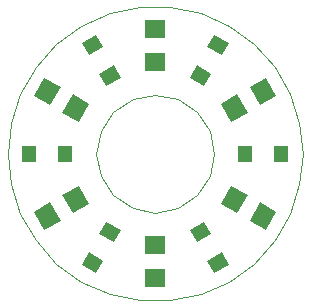
<source format=gtp>
G75*
%MOIN*%
%OFA0B0*%
%FSLAX24Y24*%
%IPPOS*%
%LPD*%
%AMOC8*
5,1,8,0,0,1.08239X$1,22.5*
%
%ADD10C,0.0010*%
%ADD11R,0.0472X0.0551*%
%ADD12R,0.0630X0.0709*%
%ADD13R,0.0709X0.0630*%
D10*
X001735Y001335D02*
X001045Y002105D01*
X000525Y002995D01*
X000215Y003975D01*
X000105Y004995D01*
X000215Y006015D01*
X000525Y006995D01*
X001045Y007885D01*
X001735Y008655D01*
X002565Y009255D01*
X003505Y009675D01*
X004515Y009885D01*
X005535Y009885D01*
X006545Y009675D01*
X007485Y009255D01*
X008315Y008655D01*
X009005Y007885D01*
X009525Y006995D01*
X009835Y006015D01*
X009945Y004995D01*
X009835Y003975D01*
X009525Y002995D01*
X009005Y002105D01*
X008315Y001335D01*
X007485Y000735D01*
X006545Y000315D01*
X005535Y000105D01*
X004515Y000105D01*
X003505Y000315D01*
X002565Y000735D01*
X001735Y001335D01*
X003635Y003605D02*
X003205Y004245D01*
X003055Y004995D01*
X003205Y005745D01*
X003635Y006385D01*
X004275Y006815D01*
X005025Y006965D01*
X005775Y006815D01*
X006415Y006385D01*
X006845Y005745D01*
X006995Y004995D01*
X006845Y004245D01*
X006415Y003605D01*
X005775Y003175D01*
X005025Y003025D01*
X004275Y003175D01*
X003635Y003605D01*
D11*
G36*
X003164Y002323D02*
X003400Y002730D01*
X003876Y002455D01*
X003640Y002048D01*
X003164Y002323D01*
G37*
G36*
X002574Y001300D02*
X002810Y001707D01*
X003286Y001432D01*
X003050Y001025D01*
X002574Y001300D01*
G37*
X002016Y004995D03*
X000834Y004995D03*
G36*
X003640Y007942D02*
X003876Y007535D01*
X003400Y007260D01*
X003164Y007667D01*
X003640Y007942D01*
G37*
G36*
X003050Y008965D02*
X003286Y008558D01*
X002810Y008283D01*
X002574Y008690D01*
X003050Y008965D01*
G37*
G36*
X006886Y007667D02*
X006650Y007260D01*
X006174Y007535D01*
X006410Y007942D01*
X006886Y007667D01*
G37*
G36*
X007476Y008690D02*
X007240Y008283D01*
X006764Y008558D01*
X007000Y008965D01*
X007476Y008690D01*
G37*
X008034Y004995D03*
X009216Y004995D03*
G36*
X006410Y002048D02*
X006174Y002455D01*
X006650Y002730D01*
X006886Y002323D01*
X006410Y002048D01*
G37*
G36*
X007000Y001025D02*
X006764Y001432D01*
X007240Y001707D01*
X007476Y001300D01*
X007000Y001025D01*
G37*
D12*
G36*
X008715Y002455D02*
X008171Y002770D01*
X008525Y003383D01*
X009069Y003068D01*
X008715Y002455D01*
G37*
G36*
X007760Y003007D02*
X007216Y003322D01*
X007570Y003935D01*
X008114Y003620D01*
X007760Y003007D01*
G37*
G36*
X008114Y006370D02*
X007570Y006055D01*
X007216Y006668D01*
X007760Y006983D01*
X008114Y006370D01*
G37*
G36*
X009069Y006922D02*
X008525Y006607D01*
X008171Y007220D01*
X008715Y007535D01*
X009069Y006922D01*
G37*
G36*
X002290Y006983D02*
X002834Y006668D01*
X002480Y006055D01*
X001936Y006370D01*
X002290Y006983D01*
G37*
G36*
X001335Y007535D02*
X001879Y007220D01*
X001525Y006607D01*
X000981Y006922D01*
X001335Y007535D01*
G37*
G36*
X001936Y003620D02*
X002480Y003935D01*
X002834Y003322D01*
X002290Y003007D01*
X001936Y003620D01*
G37*
G36*
X000981Y003068D02*
X001525Y003383D01*
X001879Y002770D01*
X001335Y002455D01*
X000981Y003068D01*
G37*
D13*
X005025Y001946D03*
X005025Y000844D03*
X005025Y008044D03*
X005025Y009146D03*
M02*

</source>
